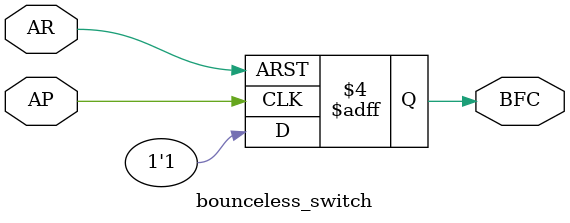
<source format=v>
module bounceless_switch(AR, AP,BFC);
input wire AR,AP; // Asynchronous Reset and Preset
output reg BFC; // Bounce Free Switch output

always @ ( posedge AR, posedge AP) begin
if (AR == 1'b1)
BFC <= 0;
else if (AP == 1'b1)
BFC <= 1;
end
endmodule


</source>
